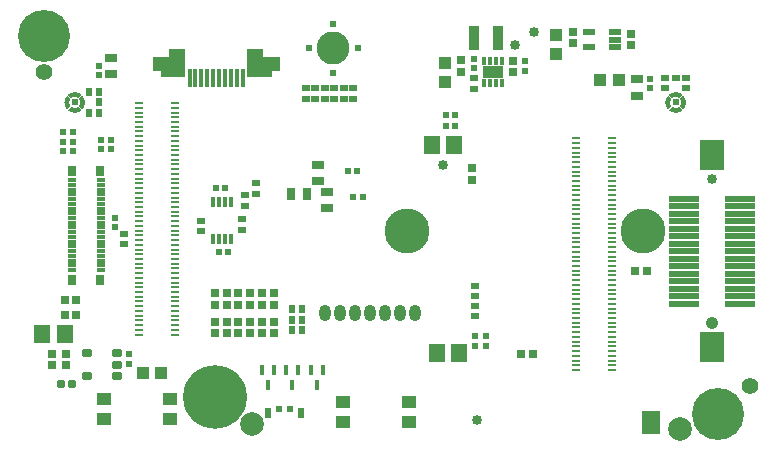
<source format=gbs>
G04*
G04 #@! TF.GenerationSoftware,Altium Limited,Altium Designer,23.8.1 (32)*
G04*
G04 Layer_Color=16711935*
%FSLAX44Y44*%
%MOMM*%
G71*
G04*
G04 #@! TF.SameCoordinates,734B7F2F-E986-4DD8-8F6E-206143954E38*
G04*
G04*
G04 #@! TF.FilePolarity,Negative*
G04*
G01*
G75*
%ADD48R,0.4000X0.9000*%
%ADD58R,0.6516X0.5516*%
%ADD60R,0.6216X0.6216*%
%ADD61R,0.6216X0.6216*%
%ADD67C,0.8516*%
%ADD68R,0.5516X0.6516*%
%ADD71R,0.9016X2.1016*%
%ADD72R,0.4200X0.6400*%
%ADD73R,1.7400X1.0400*%
%ADD74R,1.0016X0.8016*%
%ADD75R,1.0016X1.1016*%
%ADD76R,0.8016X1.0016*%
%ADD77R,1.4016X1.6016*%
%ADD83R,1.3016X1.1016*%
%ADD88R,1.1016X1.0016*%
%ADD91R,0.7516X0.6516*%
%ADD97C,2.0000*%
%ADD98C,0.6016*%
%ADD99O,1.0016X1.4016*%
%ADD100C,5.4000*%
%ADD101C,1.4016*%
%ADD102C,3.8016*%
%ADD103C,0.8524*%
%ADD104C,1.0524*%
%ADD105C,4.4032*%
%ADD106C,0.6080*%
%ADD107C,0.5020*%
%ADD135R,0.6000X0.5500*%
%ADD136R,0.6000X0.9000*%
%ADD168R,0.7000X0.6220*%
%ADD169R,0.6220X0.7000*%
%ADD170R,0.7216X0.7216*%
G04:AMPARAMS|DCode=171|XSize=0.6516mm|YSize=0.6016mm|CornerRadius=0.1133mm|HoleSize=0mm|Usage=FLASHONLY|Rotation=270.000|XOffset=0mm|YOffset=0mm|HoleType=Round|Shape=RoundedRectangle|*
%AMROUNDEDRECTD171*
21,1,0.6516,0.3750,0,0,270.0*
21,1,0.4250,0.6016,0,0,270.0*
1,1,0.2266,-0.1875,-0.2125*
1,1,0.2266,-0.1875,0.2125*
1,1,0.2266,0.1875,0.2125*
1,1,0.2266,0.1875,-0.2125*
%
%ADD171ROUNDEDRECTD171*%
G04:AMPARAMS|DCode=172|XSize=0.6516mm|YSize=0.9016mm|CornerRadius=0.1003mm|HoleSize=0mm|Usage=FLASHONLY|Rotation=90.000|XOffset=0mm|YOffset=0mm|HoleType=Round|Shape=RoundedRectangle|*
%AMROUNDEDRECTD172*
21,1,0.6516,0.7010,0,0,90.0*
21,1,0.4510,0.9016,0,0,90.0*
1,1,0.2006,0.3505,0.2255*
1,1,0.2006,0.3505,-0.2255*
1,1,0.2006,-0.3505,-0.2255*
1,1,0.2006,-0.3505,0.2255*
%
%ADD172ROUNDEDRECTD172*%
%ADD173R,0.4016X0.8116*%
%ADD174R,0.8016X0.2816*%
%ADD175R,0.4066X1.5066*%
%ADD176R,1.1016X1.1016*%
%ADD177R,0.6516X0.3216*%
%ADD178R,0.6516X0.8516*%
%ADD179R,2.1524X2.6524*%
%ADD180R,2.6524X0.5024*%
%ADD181R,1.0000X0.5000*%
%ADD182R,0.6516X0.7516*%
%ADD183R,0.9000X1.1000*%
%ADD184R,1.6000X0.9000*%
%ADD185R,0.9000X1.2000*%
%ADD186R,0.7516X0.7516*%
%ADD187R,0.7216X0.7216*%
%ADD188R,1.3516X2.4016*%
%ADD189R,2.7516X1.2016*%
%ADD190R,2.0516X1.7016*%
%ADD191C,2.8000*%
G36*
X30432Y279612D02*
X30863Y279580D01*
X31292Y279526D01*
X31718Y279451D01*
X32140Y279354D01*
X32556Y279237D01*
X32966Y279099D01*
X33368Y278940D01*
X33762Y278762D01*
X34146Y278564D01*
X34520Y278347D01*
X34883Y278112D01*
X35234Y277859D01*
X35571Y277588D01*
X35922Y277276D01*
X33094Y274447D01*
X32936Y274581D01*
X32757Y274720D01*
X32571Y274851D01*
X32379Y274972D01*
X32181Y275083D01*
X31978Y275185D01*
X31770Y275276D01*
X31558Y275358D01*
X31343Y275429D01*
X31124Y275489D01*
X30902Y275538D01*
X30679Y275577D01*
X30453Y275605D01*
X30227Y275621D01*
X30000Y275627D01*
X29773Y275621D01*
X29547Y275605D01*
X29321Y275577D01*
X29098Y275538D01*
X28876Y275489D01*
X28657Y275429D01*
X28442Y275358D01*
X28230Y275276D01*
X28022Y275185D01*
X27819Y275083D01*
X27621Y274972D01*
X27429Y274851D01*
X27243Y274720D01*
X27064Y274581D01*
X26906Y274447D01*
X24078Y277276D01*
X24429Y277588D01*
X24766Y277859D01*
X25117Y278112D01*
X25480Y278347D01*
X25854Y278564D01*
X26238Y278762D01*
X26632Y278940D01*
X27034Y279099D01*
X27444Y279237D01*
X27860Y279354D01*
X28282Y279451D01*
X28708Y279526D01*
X29137Y279580D01*
X29568Y279612D01*
X30000Y279623D01*
X30432Y279612D01*
D02*
G37*
G36*
X35922Y264724D02*
X35571Y264412D01*
X35234Y264141D01*
X34883Y263888D01*
X34520Y263653D01*
X34146Y263436D01*
X33762Y263238D01*
X33368Y263060D01*
X32966Y262901D01*
X32556Y262763D01*
X32140Y262646D01*
X31718Y262549D01*
X31292Y262474D01*
X30863Y262420D01*
X30432Y262388D01*
X30000Y262377D01*
X29568Y262388D01*
X29137Y262420D01*
X28708Y262474D01*
X28282Y262549D01*
X27860Y262646D01*
X27444Y262763D01*
X27034Y262901D01*
X26632Y263060D01*
X26238Y263238D01*
X25854Y263436D01*
X25480Y263653D01*
X25117Y263888D01*
X24766Y264141D01*
X24429Y264412D01*
X24078Y264724D01*
X26906Y267553D01*
X27064Y267419D01*
X27243Y267279D01*
X27429Y267149D01*
X27621Y267028D01*
X27819Y266917D01*
X28022Y266815D01*
X28230Y266724D01*
X28442Y266642D01*
X28657Y266571D01*
X28876Y266511D01*
X29098Y266462D01*
X29321Y266423D01*
X29547Y266395D01*
X29773Y266379D01*
X30000Y266373D01*
X30227Y266379D01*
X30453Y266395D01*
X30679Y266423D01*
X30902Y266462D01*
X31124Y266511D01*
X31343Y266571D01*
X31558Y266642D01*
X31770Y266724D01*
X31978Y266815D01*
X32181Y266917D01*
X32379Y267028D01*
X32571Y267149D01*
X32757Y267279D01*
X32936Y267419D01*
X33094Y267553D01*
X35922Y264724D01*
D02*
G37*
G36*
X36588Y276571D02*
X36859Y276234D01*
X37112Y275883D01*
X37347Y275520D01*
X37564Y275146D01*
X37762Y274762D01*
X37940Y274368D01*
X38099Y273965D01*
X38237Y273556D01*
X38354Y273140D01*
X38451Y272718D01*
X38526Y272292D01*
X38580Y271863D01*
X38612Y271432D01*
X38623Y271000D01*
X38612Y270568D01*
X38580Y270137D01*
X38526Y269708D01*
X38451Y269282D01*
X38354Y268860D01*
X38237Y268444D01*
X38099Y268034D01*
X37940Y267632D01*
X37762Y267238D01*
X37564Y266854D01*
X37347Y266480D01*
X37112Y266117D01*
X36859Y265767D01*
X36588Y265429D01*
X36276Y265078D01*
X33447Y267906D01*
X33581Y268064D01*
X33721Y268243D01*
X33851Y268429D01*
X33972Y268621D01*
X34083Y268819D01*
X34185Y269022D01*
X34276Y269230D01*
X34358Y269442D01*
X34429Y269657D01*
X34489Y269876D01*
X34538Y270098D01*
X34577Y270321D01*
X34605Y270547D01*
X34621Y270773D01*
X34627Y271000D01*
X34621Y271227D01*
X34605Y271453D01*
X34577Y271679D01*
X34538Y271902D01*
X34489Y272124D01*
X34429Y272343D01*
X34358Y272558D01*
X34276Y272770D01*
X34185Y272978D01*
X34083Y273181D01*
X33972Y273379D01*
X33851Y273571D01*
X33721Y273757D01*
X33581Y273936D01*
X33447Y274094D01*
X36276Y276922D01*
X36588Y276571D01*
D02*
G37*
G36*
X26553Y274094D02*
X26419Y273936D01*
X26280Y273757D01*
X26149Y273571D01*
X26028Y273379D01*
X25917Y273181D01*
X25815Y272978D01*
X25724Y272770D01*
X25642Y272558D01*
X25571Y272343D01*
X25511Y272124D01*
X25462Y271902D01*
X25423Y271679D01*
X25395Y271453D01*
X25379Y271227D01*
X25373Y271000D01*
X25379Y270773D01*
X25395Y270547D01*
X25423Y270321D01*
X25462Y270098D01*
X25511Y269876D01*
X25571Y269657D01*
X25642Y269442D01*
X25724Y269230D01*
X25815Y269022D01*
X25917Y268819D01*
X26028Y268621D01*
X26149Y268429D01*
X26280Y268243D01*
X26419Y268064D01*
X26553Y267906D01*
X23724Y265078D01*
X23412Y265429D01*
X23141Y265767D01*
X22888Y266117D01*
X22653Y266480D01*
X22436Y266854D01*
X22238Y267238D01*
X22060Y267632D01*
X21901Y268034D01*
X21763Y268444D01*
X21646Y268860D01*
X21549Y269282D01*
X21474Y269708D01*
X21420Y270137D01*
X21388Y270568D01*
X21377Y271000D01*
X21388Y271432D01*
X21420Y271863D01*
X21474Y272292D01*
X21549Y272718D01*
X21646Y273140D01*
X21763Y273556D01*
X21901Y273965D01*
X22060Y274368D01*
X22238Y274762D01*
X22436Y275146D01*
X22653Y275520D01*
X22888Y275883D01*
X23141Y276234D01*
X23412Y276571D01*
X23724Y276922D01*
X26553Y274094D01*
D02*
G37*
G36*
X539232Y279612D02*
X539663Y279580D01*
X540092Y279526D01*
X540518Y279451D01*
X540940Y279354D01*
X541356Y279237D01*
X541766Y279099D01*
X542168Y278940D01*
X542562Y278762D01*
X542946Y278564D01*
X543320Y278347D01*
X543683Y278112D01*
X544034Y277859D01*
X544371Y277588D01*
X544722Y277276D01*
X541894Y274447D01*
X541736Y274581D01*
X541557Y274720D01*
X541371Y274851D01*
X541179Y274972D01*
X540981Y275083D01*
X540778Y275185D01*
X540570Y275276D01*
X540358Y275358D01*
X540143Y275429D01*
X539924Y275489D01*
X539702Y275538D01*
X539479Y275577D01*
X539253Y275605D01*
X539027Y275621D01*
X538800Y275627D01*
X538573Y275621D01*
X538347Y275605D01*
X538121Y275577D01*
X537898Y275538D01*
X537676Y275489D01*
X537457Y275429D01*
X537242Y275358D01*
X537030Y275276D01*
X536822Y275185D01*
X536619Y275083D01*
X536421Y274972D01*
X536229Y274851D01*
X536043Y274720D01*
X535864Y274581D01*
X535706Y274447D01*
X532878Y277276D01*
X533229Y277588D01*
X533567Y277859D01*
X533917Y278112D01*
X534280Y278347D01*
X534654Y278564D01*
X535038Y278762D01*
X535432Y278940D01*
X535835Y279099D01*
X536244Y279237D01*
X536660Y279354D01*
X537082Y279451D01*
X537508Y279526D01*
X537937Y279580D01*
X538368Y279612D01*
X538800Y279623D01*
X539232Y279612D01*
D02*
G37*
G36*
X544722Y264724D02*
X544371Y264412D01*
X544034Y264141D01*
X543683Y263888D01*
X543320Y263653D01*
X542946Y263436D01*
X542562Y263238D01*
X542168Y263060D01*
X541766Y262901D01*
X541356Y262763D01*
X540940Y262646D01*
X540518Y262549D01*
X540092Y262474D01*
X539663Y262420D01*
X539232Y262388D01*
X538800Y262377D01*
X538368Y262388D01*
X537937Y262420D01*
X537508Y262474D01*
X537082Y262549D01*
X536660Y262646D01*
X536244Y262763D01*
X535835Y262901D01*
X535432Y263060D01*
X535038Y263238D01*
X534654Y263436D01*
X534280Y263653D01*
X533917Y263888D01*
X533567Y264141D01*
X533229Y264412D01*
X532878Y264724D01*
X535706Y267553D01*
X535864Y267419D01*
X536043Y267280D01*
X536229Y267149D01*
X536421Y267028D01*
X536619Y266917D01*
X536822Y266815D01*
X537030Y266724D01*
X537242Y266642D01*
X537457Y266571D01*
X537676Y266511D01*
X537898Y266462D01*
X538121Y266423D01*
X538347Y266395D01*
X538573Y266379D01*
X538800Y266373D01*
X539027Y266379D01*
X539253Y266395D01*
X539479Y266423D01*
X539702Y266462D01*
X539924Y266511D01*
X540143Y266571D01*
X540358Y266642D01*
X540570Y266724D01*
X540778Y266815D01*
X540981Y266917D01*
X541179Y267028D01*
X541371Y267149D01*
X541557Y267280D01*
X541736Y267419D01*
X541894Y267553D01*
X544722Y264724D01*
D02*
G37*
G36*
X545388Y276571D02*
X545658Y276234D01*
X545912Y275883D01*
X546147Y275520D01*
X546364Y275146D01*
X546562Y274762D01*
X546740Y274368D01*
X546899Y273965D01*
X547037Y273556D01*
X547154Y273140D01*
X547251Y272718D01*
X547326Y272292D01*
X547380Y271863D01*
X547412Y271432D01*
X547423Y271000D01*
X547412Y270568D01*
X547380Y270137D01*
X547326Y269708D01*
X547251Y269282D01*
X547154Y268860D01*
X547037Y268444D01*
X546899Y268034D01*
X546740Y267632D01*
X546562Y267238D01*
X546364Y266854D01*
X546147Y266480D01*
X545912Y266117D01*
X545658Y265767D01*
X545388Y265429D01*
X545075Y265078D01*
X542247Y267906D01*
X542381Y268064D01*
X542520Y268243D01*
X542651Y268429D01*
X542772Y268621D01*
X542883Y268819D01*
X542985Y269022D01*
X543076Y269230D01*
X543158Y269442D01*
X543229Y269657D01*
X543289Y269876D01*
X543338Y270098D01*
X543377Y270321D01*
X543405Y270547D01*
X543421Y270773D01*
X543427Y271000D01*
X543421Y271227D01*
X543405Y271453D01*
X543377Y271679D01*
X543338Y271902D01*
X543289Y272124D01*
X543229Y272343D01*
X543158Y272558D01*
X543076Y272770D01*
X542985Y272978D01*
X542883Y273181D01*
X542772Y273379D01*
X542651Y273571D01*
X542520Y273757D01*
X542381Y273936D01*
X542247Y274094D01*
X545075Y276922D01*
X545388Y276571D01*
D02*
G37*
G36*
X535353Y274094D02*
X535219Y273936D01*
X535079Y273757D01*
X534949Y273571D01*
X534828Y273379D01*
X534717Y273181D01*
X534615Y272978D01*
X534524Y272770D01*
X534442Y272558D01*
X534371Y272343D01*
X534311Y272124D01*
X534262Y271902D01*
X534223Y271679D01*
X534195Y271453D01*
X534179Y271227D01*
X534173Y271000D01*
X534179Y270773D01*
X534195Y270547D01*
X534223Y270321D01*
X534262Y270098D01*
X534311Y269876D01*
X534371Y269657D01*
X534442Y269442D01*
X534524Y269230D01*
X534615Y269022D01*
X534717Y268819D01*
X534828Y268621D01*
X534949Y268429D01*
X535079Y268243D01*
X535219Y268064D01*
X535353Y267906D01*
X532524Y265078D01*
X532212Y265429D01*
X531941Y265767D01*
X531688Y266117D01*
X531453Y266480D01*
X531236Y266854D01*
X531038Y267238D01*
X530860Y267632D01*
X530701Y268034D01*
X530563Y268444D01*
X530446Y268860D01*
X530349Y269282D01*
X530274Y269708D01*
X530220Y270137D01*
X530188Y270568D01*
X530177Y271000D01*
X530188Y271432D01*
X530220Y271863D01*
X530274Y272292D01*
X530349Y272718D01*
X530446Y273140D01*
X530563Y273556D01*
X530701Y273965D01*
X530860Y274368D01*
X531038Y274762D01*
X531236Y275146D01*
X531453Y275520D01*
X531688Y275883D01*
X531941Y276234D01*
X532212Y276571D01*
X532524Y276922D01*
X535353Y274094D01*
D02*
G37*
D48*
X147500Y186500D02*
D03*
X152500D02*
D03*
X157500D02*
D03*
X162500D02*
D03*
X147500Y155500D02*
D03*
X152500D02*
D03*
X157500D02*
D03*
X162500D02*
D03*
D58*
X369062Y89988D02*
D03*
X369062Y98988D02*
D03*
X369062Y115752D02*
D03*
Y106752D02*
D03*
X265669Y273884D02*
D03*
Y282884D02*
D03*
X257810Y282884D02*
D03*
Y273884D02*
D03*
X249682Y282884D02*
D03*
Y273884D02*
D03*
X241554D02*
D03*
Y282884D02*
D03*
X233426Y273884D02*
D03*
Y282884D02*
D03*
X225552Y282884D02*
D03*
Y273884D02*
D03*
X71882Y159948D02*
D03*
Y150948D02*
D03*
X171958Y172140D02*
D03*
X171958Y163140D02*
D03*
X137000Y161958D02*
D03*
Y170958D02*
D03*
X173990Y192714D02*
D03*
Y183714D02*
D03*
X183598Y202500D02*
D03*
X183598Y193500D02*
D03*
X367851Y282602D02*
D03*
Y291602D02*
D03*
D60*
X76200Y49848D02*
D03*
Y57848D02*
D03*
X64008Y173132D02*
D03*
Y165132D02*
D03*
X367851Y299852D02*
D03*
X367851Y307852D02*
D03*
X411101Y297852D02*
D03*
X411101Y305852D02*
D03*
X369324Y65000D02*
D03*
Y73000D02*
D03*
X378000Y73000D02*
D03*
Y65000D02*
D03*
X50740Y301910D02*
D03*
Y293910D02*
D03*
X517000Y283000D02*
D03*
Y291000D02*
D03*
D61*
X261323Y213337D02*
D03*
X269323D02*
D03*
X266002Y191008D02*
D03*
X274002D02*
D03*
X157600Y198458D02*
D03*
X149600D02*
D03*
X152000Y144000D02*
D03*
X160000D02*
D03*
X20446Y237732D02*
D03*
X28446Y237732D02*
D03*
X343980Y260604D02*
D03*
X351980D02*
D03*
Y251460D02*
D03*
X343980D02*
D03*
X20446Y229602D02*
D03*
X28446Y229602D02*
D03*
X60622Y231314D02*
D03*
X52622D02*
D03*
X28446Y245872D02*
D03*
X20446D02*
D03*
X52622Y239188D02*
D03*
X60622Y239188D02*
D03*
D67*
X403102Y319852D02*
D03*
X419100Y330557D02*
D03*
X342000Y218000D02*
D03*
X370332Y2286D02*
D03*
D68*
X213835Y87030D02*
D03*
X222835D02*
D03*
X213835Y78102D02*
D03*
X222835D02*
D03*
X213846Y96478D02*
D03*
X222846Y96478D02*
D03*
D71*
X388102Y325852D02*
D03*
X368102D02*
D03*
D72*
X391538Y287102D02*
D03*
X386538D02*
D03*
X381538D02*
D03*
X376538D02*
D03*
X391538Y306102D02*
D03*
X386538D02*
D03*
X381538Y306102D02*
D03*
X376538D02*
D03*
D73*
X384038Y296602D02*
D03*
D74*
X243840Y195468D02*
D03*
Y181468D02*
D03*
X236227Y204182D02*
D03*
X236227Y218182D02*
D03*
X60706Y294910D02*
D03*
Y308910D02*
D03*
X506000Y290520D02*
D03*
Y276520D02*
D03*
D75*
X87504Y41656D02*
D03*
X103504Y41656D02*
D03*
X475000Y290406D02*
D03*
X491000D02*
D03*
D76*
X226882Y193500D02*
D03*
X212882Y193500D02*
D03*
D77*
X336500Y59000D02*
D03*
X355500D02*
D03*
X351500Y235000D02*
D03*
X332500D02*
D03*
X2438Y74676D02*
D03*
X21438D02*
D03*
D83*
X257496Y17390D02*
D03*
Y390D02*
D03*
X313496Y17390D02*
D03*
Y390D02*
D03*
X54804Y19930D02*
D03*
Y2930D02*
D03*
X110804Y19930D02*
D03*
Y2930D02*
D03*
D88*
X343662Y288182D02*
D03*
Y304182D02*
D03*
X437293Y311836D02*
D03*
Y327836D02*
D03*
D91*
X168562Y109900D02*
D03*
X168562Y99900D02*
D03*
X178562Y99900D02*
D03*
Y109900D02*
D03*
X148562Y75478D02*
D03*
X148562Y85478D02*
D03*
X168562Y75478D02*
D03*
X168562Y85478D02*
D03*
X178562Y75478D02*
D03*
Y85478D02*
D03*
X188562Y99900D02*
D03*
Y109900D02*
D03*
X198562Y99900D02*
D03*
Y109900D02*
D03*
X188562Y75478D02*
D03*
Y85478D02*
D03*
X198562Y75478D02*
D03*
Y85478D02*
D03*
X148562Y99900D02*
D03*
Y109900D02*
D03*
X158562Y75478D02*
D03*
X158562Y85478D02*
D03*
Y109900D02*
D03*
Y99900D02*
D03*
X357312Y306852D02*
D03*
Y296852D02*
D03*
X366268Y215312D02*
D03*
Y205312D02*
D03*
D97*
X542798Y-5842D02*
D03*
X180340Y-1524D02*
D03*
D98*
X538800Y271000D02*
D03*
X30000D02*
D03*
D99*
X241760Y92660D02*
D03*
X254460D02*
D03*
X267160D02*
D03*
X279860D02*
D03*
X292560D02*
D03*
X305260D02*
D03*
X317960D02*
D03*
D100*
X148880Y21400D02*
D03*
D101*
X601440Y31310D02*
D03*
X4440Y296990D02*
D03*
D102*
X511100Y162000D02*
D03*
X311300D02*
D03*
D103*
X569590Y206034D02*
D03*
D104*
Y84034D02*
D03*
D105*
X4460Y326960D02*
D03*
X574460Y6960D02*
D03*
D106*
X228110Y316990D02*
D03*
X269610D02*
D03*
X248860Y337740D02*
D03*
Y296240D02*
D03*
D107*
X128130Y21400D02*
D03*
X169630D02*
D03*
X148880Y650D02*
D03*
Y42150D02*
D03*
D135*
X203122Y11298D02*
D03*
X212122D02*
D03*
D136*
X193622Y8048D02*
D03*
X221622D02*
D03*
D168*
X529800Y283520D02*
D03*
Y291740D02*
D03*
X547800Y283520D02*
D03*
X538800Y291740D02*
D03*
X547800D02*
D03*
D169*
X42520Y280000D02*
D03*
X50740D02*
D03*
X42520Y262000D02*
D03*
X50740Y271000D02*
D03*
Y262000D02*
D03*
D170*
X10802Y58094D02*
D03*
Y49094D02*
D03*
X22860Y58094D02*
D03*
Y49094D02*
D03*
X401101Y297102D02*
D03*
Y306102D02*
D03*
X500922Y319556D02*
D03*
X500922Y328557D02*
D03*
X451922Y330556D02*
D03*
X451922Y321557D02*
D03*
D171*
X27360Y33020D02*
D03*
X18360D02*
D03*
D172*
X40590Y58522D02*
D03*
Y39522D02*
D03*
X66090D02*
D03*
Y49022D02*
D03*
Y58522D02*
D03*
D173*
X188746Y44318D02*
D03*
X198746D02*
D03*
X193746Y32118D02*
D03*
X229990Y44318D02*
D03*
X239990D02*
D03*
X234990Y32118D02*
D03*
X208746Y44318D02*
D03*
X218746D02*
D03*
X213746Y32118D02*
D03*
D174*
X115132Y74458D02*
D03*
X84332D02*
D03*
X115132Y78458D02*
D03*
X84332D02*
D03*
X115132Y82458D02*
D03*
X84332D02*
D03*
X115132Y86458D02*
D03*
X84332D02*
D03*
X115132Y90458D02*
D03*
X84332D02*
D03*
X115132Y94458D02*
D03*
X84332D02*
D03*
X115132Y98458D02*
D03*
X84332D02*
D03*
X115132Y102458D02*
D03*
X84332D02*
D03*
X115132Y106458D02*
D03*
X84332D02*
D03*
X115132Y110458D02*
D03*
X84332D02*
D03*
X115132Y114458D02*
D03*
X84332D02*
D03*
X115132Y118458D02*
D03*
X84332D02*
D03*
Y122458D02*
D03*
X115132D02*
D03*
Y126458D02*
D03*
X84332D02*
D03*
X115132Y130458D02*
D03*
X84332D02*
D03*
X115132Y134458D02*
D03*
X84332D02*
D03*
X115132Y138458D02*
D03*
X84332D02*
D03*
Y142458D02*
D03*
X115132D02*
D03*
Y146458D02*
D03*
X84332D02*
D03*
Y150458D02*
D03*
X115132D02*
D03*
X84332Y154458D02*
D03*
X115132D02*
D03*
X84332Y158458D02*
D03*
X115132D02*
D03*
X84332Y162458D02*
D03*
X115132D02*
D03*
X84332Y166458D02*
D03*
X115132D02*
D03*
Y170458D02*
D03*
X84332D02*
D03*
Y174458D02*
D03*
X115132D02*
D03*
X84332Y178458D02*
D03*
X115132D02*
D03*
X84332Y182458D02*
D03*
X115132D02*
D03*
X84332Y186458D02*
D03*
X115132D02*
D03*
Y190458D02*
D03*
X84332D02*
D03*
Y194458D02*
D03*
X115132D02*
D03*
Y198458D02*
D03*
X84332D02*
D03*
X115132Y202458D02*
D03*
X84332D02*
D03*
X115132Y206458D02*
D03*
X84332D02*
D03*
Y210458D02*
D03*
X115132D02*
D03*
Y214458D02*
D03*
X84332D02*
D03*
X115132Y218458D02*
D03*
X84332D02*
D03*
Y222458D02*
D03*
X115132D02*
D03*
Y226458D02*
D03*
X84332D02*
D03*
X115132Y230458D02*
D03*
X84332D02*
D03*
Y234458D02*
D03*
X115132D02*
D03*
Y238458D02*
D03*
X84332D02*
D03*
X115132Y242458D02*
D03*
X84332D02*
D03*
X115132Y246458D02*
D03*
X84332D02*
D03*
X115132Y250458D02*
D03*
X84332D02*
D03*
X115132Y254458D02*
D03*
X84332D02*
D03*
X115132Y258458D02*
D03*
X84332D02*
D03*
Y262458D02*
D03*
X115132D02*
D03*
Y266458D02*
D03*
X84332D02*
D03*
X115132Y270458D02*
D03*
X84332D02*
D03*
X454281Y240475D02*
D03*
X485081Y240475D02*
D03*
X454281Y236475D02*
D03*
X485081Y236475D02*
D03*
Y232475D02*
D03*
X454281Y232475D02*
D03*
Y228475D02*
D03*
X485081D02*
D03*
X454281Y224475D02*
D03*
X485081Y224475D02*
D03*
X454281Y220475D02*
D03*
X485081Y220475D02*
D03*
X454281Y216475D02*
D03*
X485081D02*
D03*
X454281Y212475D02*
D03*
X485081Y212475D02*
D03*
X454281Y208475D02*
D03*
X485081Y208475D02*
D03*
Y204475D02*
D03*
X454281D02*
D03*
Y200475D02*
D03*
X485081Y200475D02*
D03*
X454281Y196475D02*
D03*
X485081Y196475D02*
D03*
Y192475D02*
D03*
X454281Y192475D02*
D03*
Y188475D02*
D03*
X485081Y188475D02*
D03*
X454281Y184475D02*
D03*
X485081Y184475D02*
D03*
Y180475D02*
D03*
X454281Y180475D02*
D03*
X454281Y176475D02*
D03*
X485081Y176475D02*
D03*
X454281Y172475D02*
D03*
X485081D02*
D03*
X454281Y168475D02*
D03*
X485081D02*
D03*
Y164475D02*
D03*
X454281D02*
D03*
Y160475D02*
D03*
X485081D02*
D03*
X485081Y156475D02*
D03*
X454281Y156475D02*
D03*
X485081Y152475D02*
D03*
X454281D02*
D03*
X485081Y148475D02*
D03*
X454281Y148475D02*
D03*
X485081Y144475D02*
D03*
X454281Y144475D02*
D03*
Y140475D02*
D03*
X485081Y140475D02*
D03*
X485081Y136475D02*
D03*
X454281D02*
D03*
X485081Y132475D02*
D03*
X454281D02*
D03*
X485081Y128475D02*
D03*
X454281Y128475D02*
D03*
X485081Y124475D02*
D03*
X454281D02*
D03*
X485081Y120475D02*
D03*
X454281Y120475D02*
D03*
X454281Y116475D02*
D03*
X485081D02*
D03*
Y112475D02*
D03*
X454281D02*
D03*
Y108475D02*
D03*
X485081D02*
D03*
X454281Y104475D02*
D03*
X485081Y104475D02*
D03*
X454281Y100475D02*
D03*
X485081Y100475D02*
D03*
X454281Y96475D02*
D03*
X485081Y96475D02*
D03*
Y92475D02*
D03*
X454281Y92475D02*
D03*
Y88475D02*
D03*
X485081Y88475D02*
D03*
X454281Y84475D02*
D03*
X485081Y84475D02*
D03*
X454281Y80475D02*
D03*
X485081D02*
D03*
X454281Y76475D02*
D03*
X485081D02*
D03*
X454281Y72475D02*
D03*
X485081D02*
D03*
X454281Y68475D02*
D03*
X485081D02*
D03*
X454281Y64475D02*
D03*
X485081D02*
D03*
X454281Y60475D02*
D03*
X485081Y60475D02*
D03*
X454281Y56475D02*
D03*
X485081D02*
D03*
X454281Y52475D02*
D03*
X485081Y52475D02*
D03*
X454281Y48475D02*
D03*
X485081Y48475D02*
D03*
X454281Y44475D02*
D03*
X485081Y44475D02*
D03*
D175*
X127254Y292100D02*
D03*
D03*
X132254D02*
D03*
X137254D02*
D03*
X142254D02*
D03*
X147254D02*
D03*
X152254D02*
D03*
X157254D02*
D03*
X162254D02*
D03*
X167254D02*
D03*
X172254D02*
D03*
D176*
X112764Y301910D02*
D03*
X186914Y301990D02*
D03*
D177*
X27880Y129132D02*
D03*
Y133132D02*
D03*
Y137132D02*
D03*
Y141132D02*
D03*
Y145132D02*
D03*
Y149132D02*
D03*
Y153132D02*
D03*
Y157132D02*
D03*
Y161132D02*
D03*
Y165132D02*
D03*
Y205132D02*
D03*
Y201132D02*
D03*
Y197132D02*
D03*
Y193132D02*
D03*
Y189132D02*
D03*
Y185132D02*
D03*
Y181132D02*
D03*
Y177132D02*
D03*
Y173132D02*
D03*
Y169132D02*
D03*
X51880Y205132D02*
D03*
Y201132D02*
D03*
Y197132D02*
D03*
Y193132D02*
D03*
Y189132D02*
D03*
Y185132D02*
D03*
Y181132D02*
D03*
Y177132D02*
D03*
Y173132D02*
D03*
Y169132D02*
D03*
Y129132D02*
D03*
Y133132D02*
D03*
Y137132D02*
D03*
Y141132D02*
D03*
Y145132D02*
D03*
Y149132D02*
D03*
Y153132D02*
D03*
Y157132D02*
D03*
Y161132D02*
D03*
Y165132D02*
D03*
D178*
X27940Y120904D02*
D03*
X27942Y213360D02*
D03*
X51818D02*
D03*
X51820Y120904D02*
D03*
D179*
X569590Y226534D02*
D03*
Y63534D02*
D03*
D180*
X593090Y189484D02*
D03*
Y183134D02*
D03*
Y176784D02*
D03*
Y170434D02*
D03*
Y164084D02*
D03*
Y157734D02*
D03*
Y151384D02*
D03*
Y145034D02*
D03*
Y138684D02*
D03*
Y132334D02*
D03*
Y125984D02*
D03*
Y119634D02*
D03*
Y113284D02*
D03*
Y106934D02*
D03*
Y100584D02*
D03*
X546090Y189484D02*
D03*
Y183134D02*
D03*
Y176784D02*
D03*
Y170434D02*
D03*
Y164084D02*
D03*
Y157734D02*
D03*
Y151384D02*
D03*
Y145034D02*
D03*
Y138684D02*
D03*
Y132334D02*
D03*
Y125984D02*
D03*
Y119634D02*
D03*
Y113284D02*
D03*
Y106934D02*
D03*
Y100584D02*
D03*
D181*
X465673Y317557D02*
D03*
X487673D02*
D03*
X465673Y330557D02*
D03*
X487673Y330557D02*
D03*
Y324057D02*
D03*
D182*
X418258Y57912D02*
D03*
X408258D02*
D03*
D183*
X514619Y2246D02*
D03*
D184*
X518119Y-5754D02*
D03*
Y5246D02*
D03*
D185*
X521619Y-3254D02*
D03*
D186*
X504524Y128016D02*
D03*
X514524D02*
D03*
D187*
X21916Y91440D02*
D03*
X30916D02*
D03*
X30924Y103923D02*
D03*
X21924D02*
D03*
D188*
X116526Y304599D02*
D03*
X183005Y304610D02*
D03*
D189*
X109504Y303600D02*
D03*
X190004Y303600D02*
D03*
D190*
X113004Y301100D02*
D03*
X186504Y301100D02*
D03*
D191*
X248860Y316990D02*
D03*
M02*

</source>
